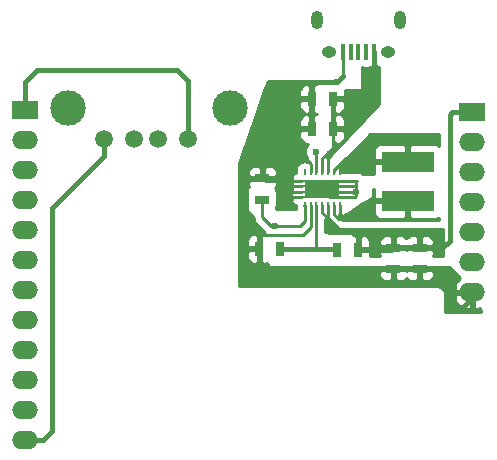
<source format=gtl>
G04 #@! TF.FileFunction,Copper,L1,Top,Signal*
%FSLAX46Y46*%
G04 Gerber Fmt 4.6, Leading zero omitted, Abs format (unit mm)*
G04 Created by KiCad (PCBNEW 4.0.2-stable) date 6/15/2017 1:23:54 PM*
%MOMM*%
G01*
G04 APERTURE LIST*
%ADD10C,0.100000*%
%ADD11O,0.240000X0.600000*%
%ADD12R,2.850000X1.580000*%
%ADD13R,0.575000X0.200000*%
%ADD14R,1.200000X0.800000*%
%ADD15R,0.800000X1.200000*%
%ADD16R,0.400000X1.350000*%
%ADD17O,1.250000X0.950000*%
%ADD18O,1.000000X1.550000*%
%ADD19R,4.500000X1.800000*%
%ADD20C,1.500000*%
%ADD21C,3.000000*%
%ADD22R,2.199640X1.524000*%
%ADD23O,2.199640X1.524000*%
%ADD24C,0.600000*%
%ADD25C,0.250000*%
%ADD26C,0.403000*%
%ADD27C,0.203200*%
%ADD28C,0.406400*%
%ADD29C,0.254000*%
G04 APERTURE END LIST*
D10*
D11*
X149876300Y-87074100D03*
X150376300Y-87074100D03*
X150876300Y-87074100D03*
X151376300Y-87074100D03*
X151876300Y-87074100D03*
X152376300Y-87074100D03*
X152876300Y-87074100D03*
X152876300Y-84274100D03*
X152376300Y-84274100D03*
X151876300Y-84274100D03*
X151376300Y-84274100D03*
X150876300Y-84274100D03*
X150376300Y-84274100D03*
X149876300Y-84274100D03*
D12*
X151376300Y-85674100D03*
D13*
X149663800Y-84984100D03*
X149663800Y-86364100D03*
X149663800Y-85904100D03*
X149663800Y-85444100D03*
X153088800Y-85444100D03*
X153088800Y-84984100D03*
X153088800Y-85904100D03*
X153088800Y-86364100D03*
D14*
X159613600Y-90641600D03*
X159613600Y-92441600D03*
X157378400Y-90641600D03*
X157378400Y-92441600D03*
D15*
X147831300Y-90754100D03*
X146031300Y-90754100D03*
X154417600Y-90830400D03*
X152617600Y-90830400D03*
D14*
X146296300Y-84774100D03*
X146296300Y-86574100D03*
D15*
X150476300Y-78054100D03*
X152276300Y-78054100D03*
X150476300Y-80594100D03*
X152276300Y-80594100D03*
D16*
X155719300Y-74070200D03*
X155069300Y-74070200D03*
X154419300Y-74070200D03*
X153769300Y-74070200D03*
X153119300Y-74070200D03*
D17*
X156919300Y-74070200D03*
X151919300Y-74070200D03*
D18*
X157919300Y-71370200D03*
X150919300Y-71370200D03*
D19*
X158597600Y-83389200D03*
X158597600Y-86689200D03*
D20*
X132894800Y-81483200D03*
X135434800Y-81483200D03*
X137464800Y-81483200D03*
X140004800Y-81483200D03*
D21*
X129844800Y-78813200D03*
X143564800Y-78813200D03*
D22*
X164084000Y-79197200D03*
D23*
X164084000Y-81737200D03*
X164084000Y-84277200D03*
X164084000Y-86817200D03*
X164084000Y-89357200D03*
X164084000Y-91897200D03*
X164084000Y-94437200D03*
D22*
X126187200Y-78994000D03*
D23*
X126187200Y-81534000D03*
X126187200Y-84074000D03*
X126187200Y-86614000D03*
X126187200Y-89154000D03*
X126187200Y-91694000D03*
X126187200Y-94234000D03*
X126187200Y-96774000D03*
X126187200Y-99314000D03*
X126187200Y-101854000D03*
X126187200Y-104394000D03*
X126187200Y-106934000D03*
D24*
X152603200Y-76657200D03*
X154228800Y-85904100D03*
X147370800Y-88798400D03*
X150876300Y-82507100D03*
D25*
X153088800Y-86364100D02*
X152066300Y-86364100D01*
X152066300Y-86364100D02*
X151376300Y-85674100D01*
X153088800Y-85904100D02*
X151606300Y-85904100D01*
X151606300Y-85904100D02*
X151376300Y-85674100D01*
X153088800Y-85444100D02*
X151606300Y-85444100D01*
X151606300Y-85444100D02*
X151376300Y-85674100D01*
X153088800Y-84984100D02*
X152066300Y-84984100D01*
X152066300Y-84984100D02*
X151376300Y-85674100D01*
X162585400Y-94437200D02*
X162585400Y-95377000D01*
D26*
X163372800Y-95605600D02*
X164134800Y-94843600D01*
D25*
X162814000Y-95605600D02*
X163372800Y-95605600D01*
X162585400Y-95377000D02*
X162814000Y-95605600D01*
X162585400Y-92887800D02*
X162585400Y-94437200D01*
D26*
X162560000Y-94437200D02*
X164134800Y-94437200D01*
D25*
X162585400Y-94437200D02*
X162560000Y-94437200D01*
X159613600Y-92441600D02*
X162139200Y-92441600D01*
X162139200Y-92441600D02*
X162585400Y-92887800D01*
X157378400Y-92441600D02*
X159613600Y-92441600D01*
X146031300Y-90754100D02*
X146031300Y-92881100D01*
X155360800Y-92441600D02*
X157378400Y-92441600D01*
X154889200Y-92913200D02*
X155360800Y-92441600D01*
X146063400Y-92913200D02*
X154889200Y-92913200D01*
X146031300Y-92881100D02*
X146063400Y-92913200D01*
X146507200Y-89560400D02*
X146202400Y-89560400D01*
X146202400Y-89560400D02*
X145999200Y-89763600D01*
X146296300Y-84774100D02*
X144718100Y-84774100D01*
X144718100Y-84774100D02*
X144729200Y-84785200D01*
X144729200Y-84785200D02*
X144729200Y-87934800D01*
X144729200Y-87934800D02*
X145999200Y-89204800D01*
X145999200Y-89204800D02*
X145999200Y-89763600D01*
X145999200Y-89763600D02*
X145999200Y-90722000D01*
X145999200Y-90722000D02*
X146031300Y-90754100D01*
X149663800Y-86364100D02*
X148695700Y-86364100D01*
X148695700Y-86364100D02*
X148692900Y-86361300D01*
X148692900Y-86361300D02*
X148692900Y-85904100D01*
X149663800Y-85904100D02*
X148692900Y-85904100D01*
X148692900Y-85904100D02*
X148793200Y-85803800D01*
X148793200Y-85803800D02*
X148793200Y-85444100D01*
X153119300Y-74070200D02*
X153119300Y-76141100D01*
X153119300Y-76141100D02*
X152603200Y-76657200D01*
X152603200Y-76657200D02*
X150876000Y-76657200D01*
X150876000Y-76657200D02*
X150774400Y-76758800D01*
X150774400Y-76758800D02*
X150571200Y-76758800D01*
X150571200Y-76758800D02*
X150476300Y-76853700D01*
X150476300Y-76853700D02*
X150476300Y-78054100D01*
X150476300Y-80594100D02*
X149174300Y-80594100D01*
X149174300Y-80594100D02*
X149098000Y-80670400D01*
X149098000Y-83159600D02*
X149098000Y-80670400D01*
X149098000Y-80670400D02*
X149098000Y-78181200D01*
X149225100Y-78054100D02*
X150476300Y-78054100D01*
X149098000Y-78181200D02*
X149225100Y-78054100D01*
X150376300Y-84274100D02*
X150376300Y-83574300D01*
X150376300Y-83574300D02*
X149961600Y-83159600D01*
X149961600Y-83159600D02*
X149098000Y-83159600D01*
X148793200Y-83464400D02*
X148793200Y-84984100D01*
X149098000Y-83159600D02*
X148793200Y-83464400D01*
X149663800Y-84984100D02*
X148793200Y-84984100D01*
X148793200Y-84984100D02*
X146506300Y-84984100D01*
X146506300Y-84984100D02*
X148695900Y-84984100D01*
X148695900Y-84984100D02*
X148793200Y-85081400D01*
X148793200Y-85081400D02*
X148793200Y-85444100D01*
D26*
X152603200Y-76657200D02*
X150876000Y-76657200D01*
X153119300Y-76141100D02*
X152603200Y-76657200D01*
X164134800Y-94437200D02*
X164134800Y-94843600D01*
D25*
X150376300Y-87074100D02*
X150376300Y-88891700D01*
X150376300Y-88891700D02*
X149707600Y-89560400D01*
X150376300Y-83574300D02*
X149809200Y-83007200D01*
X153088800Y-85444100D02*
X154228800Y-85444100D01*
X154127200Y-85445600D02*
X154228800Y-85445600D01*
X154227300Y-85445600D02*
X154127200Y-85445600D01*
X154228800Y-85444100D02*
X154227300Y-85445600D01*
X153088800Y-85904100D02*
X154228800Y-85904100D01*
X153088800Y-84984100D02*
X154275300Y-84984100D01*
X154173900Y-86364100D02*
X153088800Y-86364100D01*
X154228800Y-86309200D02*
X154173900Y-86364100D01*
X154228800Y-85030600D02*
X154228800Y-85445600D01*
X154228800Y-85445600D02*
X154228800Y-85902800D01*
X154228800Y-85902800D02*
X154228800Y-86309200D01*
X154275300Y-84984100D02*
X154228800Y-85030600D01*
X149663800Y-84984100D02*
X148695900Y-84984100D01*
X148695900Y-84984100D02*
X148691600Y-84988400D01*
X149663800Y-85444100D02*
X148793200Y-85444100D01*
X148793200Y-85444100D02*
X148693100Y-85444100D01*
X148693100Y-85444100D02*
X148691600Y-85445600D01*
X148692900Y-85904100D02*
X148691600Y-85902800D01*
X148695700Y-86364100D02*
X148691600Y-86360000D01*
D27*
X150130300Y-85904100D02*
X150487300Y-85674100D01*
X149663800Y-85904100D02*
X150130300Y-85904100D01*
X149639800Y-85928100D02*
X149663800Y-85904100D01*
D25*
X149707600Y-89560400D02*
X146507200Y-89560400D01*
X146507200Y-89560400D02*
X146354800Y-89560400D01*
X152276300Y-82216500D02*
X152276300Y-80594100D01*
X151888642Y-82584934D02*
X152276300Y-82216500D01*
X151888642Y-82585397D02*
X151888642Y-82584934D01*
X151876300Y-82597739D02*
X151888642Y-82585397D01*
X151376300Y-83116500D02*
X151888642Y-82584934D01*
D26*
X155177800Y-77978000D02*
X152352400Y-77978000D01*
X152352400Y-77978000D02*
X152276300Y-78054100D01*
D28*
X152276300Y-78054100D02*
X152276300Y-80594100D01*
X152376300Y-77955800D02*
X152276300Y-78054100D01*
D26*
X155719300Y-77436500D02*
X155177800Y-77978000D01*
X155719300Y-74070200D02*
X155719300Y-77436500D01*
D25*
X151876300Y-84274100D02*
X151876300Y-82597739D01*
X151376300Y-84274100D02*
X151376300Y-83116500D01*
D27*
X151884300Y-84266100D02*
X151876300Y-84274100D01*
D25*
X146296300Y-88079500D02*
X146296300Y-86574100D01*
X146405600Y-86683400D02*
X146296300Y-86574100D01*
X147015200Y-88798400D02*
X146296300Y-88079500D01*
X149504400Y-88798400D02*
X147370800Y-88798400D01*
X147370800Y-88798400D02*
X147015200Y-88798400D01*
X149876300Y-88426500D02*
X149504400Y-88798400D01*
D27*
X150876300Y-82507100D02*
X150868300Y-82499100D01*
D25*
X149876300Y-87074100D02*
X149876300Y-88426500D01*
X150876300Y-84274100D02*
X150876300Y-82507100D01*
D27*
X149852300Y-87098100D02*
X149876300Y-87074100D01*
D26*
X157189600Y-90830400D02*
X157378400Y-90641600D01*
X157378400Y-90641600D02*
X159613600Y-90641600D01*
D25*
X151376300Y-87074100D02*
X151376300Y-87673100D01*
X151376300Y-87673100D02*
X151876300Y-88173100D01*
X151876300Y-87074100D02*
X151876300Y-88173100D01*
X151876300Y-88173100D02*
X153060400Y-89357200D01*
X153060400Y-89357200D02*
X154025600Y-89357200D01*
X154025600Y-89357200D02*
X154417600Y-89749200D01*
D26*
X159613600Y-90641600D02*
X159628000Y-90627200D01*
X159628000Y-90627200D02*
X161594800Y-90627200D01*
X161594800Y-90627200D02*
X162153600Y-90068400D01*
X162153600Y-90068400D02*
X162153600Y-79400400D01*
X162153600Y-79400400D02*
X162356800Y-79197200D01*
X162356800Y-79197200D02*
X164134800Y-79197200D01*
X154417600Y-90830400D02*
X157189600Y-90830400D01*
D25*
X154417600Y-89749200D02*
X154417600Y-90830400D01*
X152876300Y-84274100D02*
X154835300Y-84274100D01*
X154835300Y-84274100D02*
X154889200Y-84328000D01*
X152876300Y-84274100D02*
X153114300Y-84274100D01*
X153114300Y-84274100D02*
X153568400Y-83820000D01*
X152876300Y-84274100D02*
X152876300Y-84207300D01*
X152876300Y-84207300D02*
X153466800Y-83616800D01*
X152876300Y-84274100D02*
X152876300Y-83902500D01*
X152876300Y-83902500D02*
X153212800Y-83566000D01*
X152376300Y-84274100D02*
X152376300Y-84097700D01*
X152376300Y-84097700D02*
X153416000Y-83058000D01*
D27*
X152900300Y-84250100D02*
X152876300Y-84274100D01*
D26*
X158063200Y-82854800D02*
X158597600Y-83389200D01*
D25*
X152876300Y-87074100D02*
X152876300Y-87953900D01*
X152876300Y-87953900D02*
X153162000Y-88239600D01*
X152376300Y-87074100D02*
X152376300Y-87860300D01*
X152376300Y-87860300D02*
X152755600Y-88239600D01*
X152755600Y-88239600D02*
X153162000Y-88239600D01*
D27*
X152900300Y-87098100D02*
X152876300Y-87074100D01*
D26*
X153162000Y-88239600D02*
X153974800Y-88239600D01*
X153974800Y-88239600D02*
X155525200Y-86689200D01*
X155525200Y-86689200D02*
X158597600Y-86689200D01*
X147831300Y-90754100D02*
X150825200Y-90754100D01*
D25*
X150825200Y-90627200D02*
X150825200Y-90754100D01*
X150825200Y-90703000D02*
X150825200Y-90627200D01*
X150876300Y-90754100D02*
X150825200Y-90703000D01*
D26*
X150825200Y-90754100D02*
X152541300Y-90754100D01*
X152541300Y-90754100D02*
X152617600Y-90830400D01*
D25*
X150876300Y-87074100D02*
X150876300Y-90754100D01*
D26*
X139982800Y-81907200D02*
X139982800Y-76508200D01*
X139982800Y-76508200D02*
X139052300Y-75577700D01*
X126161800Y-79070200D02*
X126161800Y-76593700D01*
X127177800Y-75577700D02*
X139052300Y-75577700D01*
X126161800Y-76593700D02*
X127177800Y-75577700D01*
X132894800Y-81483200D02*
X132894800Y-82903600D01*
X127711200Y-106934000D02*
X126187200Y-106934000D01*
X128473200Y-106172000D02*
X127711200Y-106934000D01*
X128473200Y-87325200D02*
X128473200Y-106172000D01*
X132894800Y-82903600D02*
X128473200Y-87325200D01*
D29*
G36*
X161264600Y-82008174D02*
X161207298Y-81950873D01*
X160973909Y-81854200D01*
X158883350Y-81854200D01*
X158724600Y-82012950D01*
X158724600Y-83262200D01*
X158744600Y-83262200D01*
X158744600Y-83516200D01*
X158724600Y-83516200D01*
X158724600Y-83536200D01*
X158470600Y-83536200D01*
X158470600Y-83516200D01*
X155871350Y-83516200D01*
X155712600Y-83674950D01*
X155712600Y-84415510D01*
X155723765Y-84442464D01*
X154790762Y-84432040D01*
X154566139Y-84281952D01*
X154275300Y-84224100D01*
X153631300Y-84224100D01*
X153631300Y-84147098D01*
X153476990Y-84147098D01*
X153634678Y-84027645D01*
X153551519Y-83742485D01*
X153365564Y-83510855D01*
X153115423Y-83373668D01*
X154109630Y-82362890D01*
X155712600Y-82362890D01*
X155712600Y-83103450D01*
X155871350Y-83262200D01*
X158470600Y-83262200D01*
X158470600Y-82012950D01*
X158311850Y-81854200D01*
X156221291Y-81854200D01*
X155987902Y-81950873D01*
X155809273Y-82129501D01*
X155712600Y-82362890D01*
X154109630Y-82362890D01*
X155399621Y-81051400D01*
X161264600Y-81051400D01*
X161264600Y-82008174D01*
X161264600Y-82008174D01*
G37*
X161264600Y-82008174D02*
X161207298Y-81950873D01*
X160973909Y-81854200D01*
X158883350Y-81854200D01*
X158724600Y-82012950D01*
X158724600Y-83262200D01*
X158744600Y-83262200D01*
X158744600Y-83516200D01*
X158724600Y-83516200D01*
X158724600Y-83536200D01*
X158470600Y-83536200D01*
X158470600Y-83516200D01*
X155871350Y-83516200D01*
X155712600Y-83674950D01*
X155712600Y-84415510D01*
X155723765Y-84442464D01*
X154790762Y-84432040D01*
X154566139Y-84281952D01*
X154275300Y-84224100D01*
X153631300Y-84224100D01*
X153631300Y-84147098D01*
X153476990Y-84147098D01*
X153634678Y-84027645D01*
X153551519Y-83742485D01*
X153365564Y-83510855D01*
X153115423Y-83373668D01*
X154109630Y-82362890D01*
X155712600Y-82362890D01*
X155712600Y-83103450D01*
X155871350Y-83262200D01*
X158470600Y-83262200D01*
X158470600Y-82012950D01*
X158311850Y-81854200D01*
X156221291Y-81854200D01*
X155987902Y-81950873D01*
X155809273Y-82129501D01*
X155712600Y-82362890D01*
X154109630Y-82362890D01*
X155399621Y-81051400D01*
X161264600Y-81051400D01*
X161264600Y-82008174D01*
G36*
X155712600Y-86403450D02*
X155871350Y-86562200D01*
X158470600Y-86562200D01*
X158470600Y-86542200D01*
X158724600Y-86542200D01*
X158724600Y-86562200D01*
X158744600Y-86562200D01*
X158744600Y-86816200D01*
X158724600Y-86816200D01*
X158724600Y-88065450D01*
X158883350Y-88224200D01*
X160973909Y-88224200D01*
X161207298Y-88127527D01*
X161219527Y-88115299D01*
X161216009Y-88315800D01*
X153250448Y-88315800D01*
X152802889Y-88024887D01*
X152729608Y-87951606D01*
X152790264Y-87878643D01*
X152865564Y-87837345D01*
X152889283Y-87807800D01*
X152936300Y-87807800D01*
X152936300Y-87847323D01*
X153053296Y-87988060D01*
X153105123Y-87980181D01*
X153365564Y-87837345D01*
X153428231Y-87759285D01*
X154677357Y-86974950D01*
X155712600Y-86974950D01*
X155712600Y-87715510D01*
X155809273Y-87948899D01*
X155987902Y-88127527D01*
X156221291Y-88224200D01*
X158311850Y-88224200D01*
X158470600Y-88065450D01*
X158470600Y-86816200D01*
X155871350Y-86816200D01*
X155712600Y-86974950D01*
X154677357Y-86974950D01*
X155566335Y-86416755D01*
X155602859Y-86382006D01*
X155622986Y-86335786D01*
X155625800Y-86309200D01*
X155625800Y-85674200D01*
X155712600Y-85674200D01*
X155712600Y-86403450D01*
X155712600Y-86403450D01*
G37*
X155712600Y-86403450D02*
X155871350Y-86562200D01*
X158470600Y-86562200D01*
X158470600Y-86542200D01*
X158724600Y-86542200D01*
X158724600Y-86562200D01*
X158744600Y-86562200D01*
X158744600Y-86816200D01*
X158724600Y-86816200D01*
X158724600Y-88065450D01*
X158883350Y-88224200D01*
X160973909Y-88224200D01*
X161207298Y-88127527D01*
X161219527Y-88115299D01*
X161216009Y-88315800D01*
X153250448Y-88315800D01*
X152802889Y-88024887D01*
X152729608Y-87951606D01*
X152790264Y-87878643D01*
X152865564Y-87837345D01*
X152889283Y-87807800D01*
X152936300Y-87807800D01*
X152936300Y-87847323D01*
X153053296Y-87988060D01*
X153105123Y-87980181D01*
X153365564Y-87837345D01*
X153428231Y-87759285D01*
X154677357Y-86974950D01*
X155712600Y-86974950D01*
X155712600Y-87715510D01*
X155809273Y-87948899D01*
X155987902Y-88127527D01*
X156221291Y-88224200D01*
X158311850Y-88224200D01*
X158470600Y-88065450D01*
X158470600Y-86816200D01*
X155871350Y-86816200D01*
X155712600Y-86974950D01*
X154677357Y-86974950D01*
X155566335Y-86416755D01*
X155602859Y-86382006D01*
X155622986Y-86335786D01*
X155625800Y-86309200D01*
X155625800Y-85674200D01*
X155712600Y-85674200D01*
X155712600Y-86403450D01*
G36*
X150952200Y-76819100D02*
X150762050Y-76819100D01*
X150603300Y-76977850D01*
X150603300Y-77927100D01*
X150623300Y-77927100D01*
X150623300Y-78181100D01*
X150603300Y-78181100D01*
X150603300Y-79130350D01*
X150762050Y-79289100D01*
X150952200Y-79289100D01*
X150952200Y-79359100D01*
X150762050Y-79359100D01*
X150603300Y-79517850D01*
X150603300Y-80467100D01*
X150623300Y-80467100D01*
X150623300Y-80721100D01*
X150603300Y-80721100D01*
X150603300Y-80741100D01*
X150349300Y-80741100D01*
X150349300Y-80721100D01*
X149600050Y-80721100D01*
X149441300Y-80879850D01*
X149441300Y-81320410D01*
X149537973Y-81553799D01*
X149716602Y-81732427D01*
X149949991Y-81829100D01*
X150190200Y-81829100D01*
X150190200Y-81870866D01*
X150084108Y-81976773D01*
X149941462Y-82320301D01*
X149941138Y-82692267D01*
X150083183Y-83036043D01*
X150116300Y-83069218D01*
X150116300Y-83368521D01*
X149876300Y-83320782D01*
X149587374Y-83378253D01*
X149342889Y-83541612D01*
X149297555Y-83552862D01*
X149257205Y-83583084D01*
X149231792Y-83626624D01*
X149225044Y-83664259D01*
X149223583Y-83719790D01*
X149178771Y-83786856D01*
X149121300Y-84075782D01*
X149121300Y-84302405D01*
X149016601Y-84345773D01*
X148837973Y-84524402D01*
X148741300Y-84757791D01*
X148741300Y-84775350D01*
X148894162Y-84928212D01*
X148837973Y-84984402D01*
X148758936Y-85175214D01*
X148741300Y-85192850D01*
X148741300Y-85210409D01*
X148742829Y-85214100D01*
X148741300Y-85217791D01*
X148741300Y-85235350D01*
X148758936Y-85252986D01*
X148837973Y-85443798D01*
X148838275Y-85444100D01*
X148837973Y-85444402D01*
X148758936Y-85635214D01*
X148741300Y-85652850D01*
X148741300Y-85670409D01*
X148742829Y-85674100D01*
X148741300Y-85677791D01*
X148741300Y-85695350D01*
X148758936Y-85712986D01*
X148837973Y-85903798D01*
X148838275Y-85904100D01*
X148837973Y-85904402D01*
X148758936Y-86095214D01*
X148741300Y-86112850D01*
X148741300Y-86130409D01*
X148742829Y-86134100D01*
X148741300Y-86137791D01*
X148741300Y-86155350D01*
X148758936Y-86172986D01*
X148837973Y-86363798D01*
X148894162Y-86419988D01*
X148741300Y-86572850D01*
X148741300Y-86590409D01*
X148837973Y-86823798D01*
X149016601Y-87002427D01*
X149121300Y-87045795D01*
X149121300Y-87048964D01*
X149116300Y-87074100D01*
X149116300Y-87095084D01*
X149115700Y-87098100D01*
X149116300Y-87101116D01*
X149116300Y-87401400D01*
X147494414Y-87401400D01*
X147489790Y-87230295D01*
X147492731Y-87225990D01*
X147543740Y-86974100D01*
X147543740Y-86174100D01*
X147499462Y-85938783D01*
X147452930Y-85866470D01*
X147446954Y-85645369D01*
X147435617Y-85596247D01*
X147408983Y-85559442D01*
X147434627Y-85533798D01*
X147531300Y-85300409D01*
X147531300Y-85059850D01*
X147372550Y-84901100D01*
X146423300Y-84901100D01*
X146423300Y-84921100D01*
X146169300Y-84921100D01*
X146169300Y-84901100D01*
X145220050Y-84901100D01*
X145061300Y-85059850D01*
X145061300Y-85300409D01*
X145153003Y-85521800D01*
X145135600Y-85521800D01*
X145086190Y-85531806D01*
X145044565Y-85560247D01*
X145017285Y-85602641D01*
X145008600Y-85648800D01*
X145008600Y-87426800D01*
X145018606Y-87476210D01*
X145035738Y-87505263D01*
X145553037Y-88163644D01*
X145594152Y-88370339D01*
X145758899Y-88616901D01*
X146460153Y-89318155D01*
X146647194Y-89556207D01*
X146557609Y-89519100D01*
X146317050Y-89519100D01*
X146158300Y-89677850D01*
X146158300Y-90627100D01*
X146178300Y-90627100D01*
X146178300Y-90881100D01*
X146158300Y-90881100D01*
X146158300Y-91830350D01*
X146317050Y-91989100D01*
X146557609Y-91989100D01*
X146731187Y-91917202D01*
X146735824Y-92153690D01*
X146746797Y-92202894D01*
X146776048Y-92243953D01*
X146818969Y-92270397D01*
X146862800Y-92278200D01*
X156265750Y-92278200D01*
X156302150Y-92314600D01*
X157251400Y-92314600D01*
X157251400Y-92294600D01*
X157505400Y-92294600D01*
X157505400Y-92314600D01*
X158454650Y-92314600D01*
X158491050Y-92278200D01*
X158500950Y-92278200D01*
X158537350Y-92314600D01*
X159486600Y-92314600D01*
X159486600Y-92294600D01*
X159740600Y-92294600D01*
X159740600Y-92314600D01*
X160689850Y-92314600D01*
X160726250Y-92278200D01*
X162099171Y-92278200D01*
X163025419Y-93250760D01*
X162668550Y-93539174D01*
X162406920Y-94019923D01*
X162391960Y-94094130D01*
X162514460Y-94310200D01*
X163957000Y-94310200D01*
X163957000Y-94290200D01*
X164211000Y-94290200D01*
X164211000Y-94310200D01*
X164231000Y-94310200D01*
X164231000Y-94564200D01*
X164211000Y-94564200D01*
X164211000Y-95834200D01*
X164548820Y-95834200D01*
X164709579Y-95786751D01*
X164785525Y-96090535D01*
X161796800Y-96133850D01*
X161796800Y-94780270D01*
X162391960Y-94780270D01*
X162406920Y-94854477D01*
X162668550Y-95335226D01*
X163094239Y-95679259D01*
X163619180Y-95834200D01*
X163957000Y-95834200D01*
X163957000Y-94564200D01*
X162514460Y-94564200D01*
X162391960Y-94780270D01*
X161796800Y-94780270D01*
X161796800Y-94627700D01*
X161742754Y-94355995D01*
X161588846Y-94125654D01*
X161358505Y-93971746D01*
X161086800Y-93917700D01*
X144297400Y-93917700D01*
X144297400Y-92727350D01*
X156143400Y-92727350D01*
X156143400Y-92967909D01*
X156240073Y-93201298D01*
X156418701Y-93379927D01*
X156652090Y-93476600D01*
X157092650Y-93476600D01*
X157251400Y-93317850D01*
X157251400Y-92568600D01*
X157505400Y-92568600D01*
X157505400Y-93317850D01*
X157664150Y-93476600D01*
X158104710Y-93476600D01*
X158338099Y-93379927D01*
X158496000Y-93222025D01*
X158653901Y-93379927D01*
X158887290Y-93476600D01*
X159327850Y-93476600D01*
X159486600Y-93317850D01*
X159486600Y-92568600D01*
X159740600Y-92568600D01*
X159740600Y-93317850D01*
X159899350Y-93476600D01*
X160339910Y-93476600D01*
X160573299Y-93379927D01*
X160751927Y-93201298D01*
X160848600Y-92967909D01*
X160848600Y-92727350D01*
X160689850Y-92568600D01*
X159740600Y-92568600D01*
X159486600Y-92568600D01*
X158537350Y-92568600D01*
X158496000Y-92609950D01*
X158454650Y-92568600D01*
X157505400Y-92568600D01*
X157251400Y-92568600D01*
X156302150Y-92568600D01*
X156143400Y-92727350D01*
X144297400Y-92727350D01*
X144297400Y-91039850D01*
X144996300Y-91039850D01*
X144996300Y-91480410D01*
X145092973Y-91713799D01*
X145271602Y-91892427D01*
X145504991Y-91989100D01*
X145745550Y-91989100D01*
X145904300Y-91830350D01*
X145904300Y-90881100D01*
X145155050Y-90881100D01*
X144996300Y-91039850D01*
X144297400Y-91039850D01*
X144297400Y-90027790D01*
X144996300Y-90027790D01*
X144996300Y-90468350D01*
X145155050Y-90627100D01*
X145904300Y-90627100D01*
X145904300Y-89677850D01*
X145745550Y-89519100D01*
X145504991Y-89519100D01*
X145271602Y-89615773D01*
X145092973Y-89794401D01*
X144996300Y-90027790D01*
X144297400Y-90027790D01*
X144297400Y-84247791D01*
X145061300Y-84247791D01*
X145061300Y-84488350D01*
X145220050Y-84647100D01*
X146169300Y-84647100D01*
X146169300Y-83897850D01*
X146423300Y-83897850D01*
X146423300Y-84647100D01*
X147372550Y-84647100D01*
X147531300Y-84488350D01*
X147531300Y-84247791D01*
X147434627Y-84014402D01*
X147255999Y-83835773D01*
X147022610Y-83739100D01*
X146582050Y-83739100D01*
X146423300Y-83897850D01*
X146169300Y-83897850D01*
X146010550Y-83739100D01*
X145569990Y-83739100D01*
X145336601Y-83835773D01*
X145157973Y-84014402D01*
X145061300Y-84247791D01*
X144297400Y-84247791D01*
X144297400Y-83486130D01*
X145572930Y-79867790D01*
X149441300Y-79867790D01*
X149441300Y-80308350D01*
X149600050Y-80467100D01*
X150349300Y-80467100D01*
X150349300Y-79517850D01*
X150190550Y-79359100D01*
X149949991Y-79359100D01*
X149716602Y-79455773D01*
X149537973Y-79634401D01*
X149441300Y-79867790D01*
X145572930Y-79867790D01*
X146111556Y-78339850D01*
X149441300Y-78339850D01*
X149441300Y-78780410D01*
X149537973Y-79013799D01*
X149716602Y-79192427D01*
X149949991Y-79289100D01*
X150190550Y-79289100D01*
X150349300Y-79130350D01*
X150349300Y-78181100D01*
X149600050Y-78181100D01*
X149441300Y-78339850D01*
X146111556Y-78339850D01*
X146468325Y-77327790D01*
X149441300Y-77327790D01*
X149441300Y-77768350D01*
X149600050Y-77927100D01*
X150349300Y-77927100D01*
X150349300Y-76977850D01*
X150190550Y-76819100D01*
X149949991Y-76819100D01*
X149716602Y-76915773D01*
X149537973Y-77094401D01*
X149441300Y-77327790D01*
X146468325Y-77327790D01*
X146749491Y-76530200D01*
X150952200Y-76530200D01*
X150952200Y-76819100D01*
X150952200Y-76819100D01*
G37*
X150952200Y-76819100D02*
X150762050Y-76819100D01*
X150603300Y-76977850D01*
X150603300Y-77927100D01*
X150623300Y-77927100D01*
X150623300Y-78181100D01*
X150603300Y-78181100D01*
X150603300Y-79130350D01*
X150762050Y-79289100D01*
X150952200Y-79289100D01*
X150952200Y-79359100D01*
X150762050Y-79359100D01*
X150603300Y-79517850D01*
X150603300Y-80467100D01*
X150623300Y-80467100D01*
X150623300Y-80721100D01*
X150603300Y-80721100D01*
X150603300Y-80741100D01*
X150349300Y-80741100D01*
X150349300Y-80721100D01*
X149600050Y-80721100D01*
X149441300Y-80879850D01*
X149441300Y-81320410D01*
X149537973Y-81553799D01*
X149716602Y-81732427D01*
X149949991Y-81829100D01*
X150190200Y-81829100D01*
X150190200Y-81870866D01*
X150084108Y-81976773D01*
X149941462Y-82320301D01*
X149941138Y-82692267D01*
X150083183Y-83036043D01*
X150116300Y-83069218D01*
X150116300Y-83368521D01*
X149876300Y-83320782D01*
X149587374Y-83378253D01*
X149342889Y-83541612D01*
X149297555Y-83552862D01*
X149257205Y-83583084D01*
X149231792Y-83626624D01*
X149225044Y-83664259D01*
X149223583Y-83719790D01*
X149178771Y-83786856D01*
X149121300Y-84075782D01*
X149121300Y-84302405D01*
X149016601Y-84345773D01*
X148837973Y-84524402D01*
X148741300Y-84757791D01*
X148741300Y-84775350D01*
X148894162Y-84928212D01*
X148837973Y-84984402D01*
X148758936Y-85175214D01*
X148741300Y-85192850D01*
X148741300Y-85210409D01*
X148742829Y-85214100D01*
X148741300Y-85217791D01*
X148741300Y-85235350D01*
X148758936Y-85252986D01*
X148837973Y-85443798D01*
X148838275Y-85444100D01*
X148837973Y-85444402D01*
X148758936Y-85635214D01*
X148741300Y-85652850D01*
X148741300Y-85670409D01*
X148742829Y-85674100D01*
X148741300Y-85677791D01*
X148741300Y-85695350D01*
X148758936Y-85712986D01*
X148837973Y-85903798D01*
X148838275Y-85904100D01*
X148837973Y-85904402D01*
X148758936Y-86095214D01*
X148741300Y-86112850D01*
X148741300Y-86130409D01*
X148742829Y-86134100D01*
X148741300Y-86137791D01*
X148741300Y-86155350D01*
X148758936Y-86172986D01*
X148837973Y-86363798D01*
X148894162Y-86419988D01*
X148741300Y-86572850D01*
X148741300Y-86590409D01*
X148837973Y-86823798D01*
X149016601Y-87002427D01*
X149121300Y-87045795D01*
X149121300Y-87048964D01*
X149116300Y-87074100D01*
X149116300Y-87095084D01*
X149115700Y-87098100D01*
X149116300Y-87101116D01*
X149116300Y-87401400D01*
X147494414Y-87401400D01*
X147489790Y-87230295D01*
X147492731Y-87225990D01*
X147543740Y-86974100D01*
X147543740Y-86174100D01*
X147499462Y-85938783D01*
X147452930Y-85866470D01*
X147446954Y-85645369D01*
X147435617Y-85596247D01*
X147408983Y-85559442D01*
X147434627Y-85533798D01*
X147531300Y-85300409D01*
X147531300Y-85059850D01*
X147372550Y-84901100D01*
X146423300Y-84901100D01*
X146423300Y-84921100D01*
X146169300Y-84921100D01*
X146169300Y-84901100D01*
X145220050Y-84901100D01*
X145061300Y-85059850D01*
X145061300Y-85300409D01*
X145153003Y-85521800D01*
X145135600Y-85521800D01*
X145086190Y-85531806D01*
X145044565Y-85560247D01*
X145017285Y-85602641D01*
X145008600Y-85648800D01*
X145008600Y-87426800D01*
X145018606Y-87476210D01*
X145035738Y-87505263D01*
X145553037Y-88163644D01*
X145594152Y-88370339D01*
X145758899Y-88616901D01*
X146460153Y-89318155D01*
X146647194Y-89556207D01*
X146557609Y-89519100D01*
X146317050Y-89519100D01*
X146158300Y-89677850D01*
X146158300Y-90627100D01*
X146178300Y-90627100D01*
X146178300Y-90881100D01*
X146158300Y-90881100D01*
X146158300Y-91830350D01*
X146317050Y-91989100D01*
X146557609Y-91989100D01*
X146731187Y-91917202D01*
X146735824Y-92153690D01*
X146746797Y-92202894D01*
X146776048Y-92243953D01*
X146818969Y-92270397D01*
X146862800Y-92278200D01*
X156265750Y-92278200D01*
X156302150Y-92314600D01*
X157251400Y-92314600D01*
X157251400Y-92294600D01*
X157505400Y-92294600D01*
X157505400Y-92314600D01*
X158454650Y-92314600D01*
X158491050Y-92278200D01*
X158500950Y-92278200D01*
X158537350Y-92314600D01*
X159486600Y-92314600D01*
X159486600Y-92294600D01*
X159740600Y-92294600D01*
X159740600Y-92314600D01*
X160689850Y-92314600D01*
X160726250Y-92278200D01*
X162099171Y-92278200D01*
X163025419Y-93250760D01*
X162668550Y-93539174D01*
X162406920Y-94019923D01*
X162391960Y-94094130D01*
X162514460Y-94310200D01*
X163957000Y-94310200D01*
X163957000Y-94290200D01*
X164211000Y-94290200D01*
X164211000Y-94310200D01*
X164231000Y-94310200D01*
X164231000Y-94564200D01*
X164211000Y-94564200D01*
X164211000Y-95834200D01*
X164548820Y-95834200D01*
X164709579Y-95786751D01*
X164785525Y-96090535D01*
X161796800Y-96133850D01*
X161796800Y-94780270D01*
X162391960Y-94780270D01*
X162406920Y-94854477D01*
X162668550Y-95335226D01*
X163094239Y-95679259D01*
X163619180Y-95834200D01*
X163957000Y-95834200D01*
X163957000Y-94564200D01*
X162514460Y-94564200D01*
X162391960Y-94780270D01*
X161796800Y-94780270D01*
X161796800Y-94627700D01*
X161742754Y-94355995D01*
X161588846Y-94125654D01*
X161358505Y-93971746D01*
X161086800Y-93917700D01*
X144297400Y-93917700D01*
X144297400Y-92727350D01*
X156143400Y-92727350D01*
X156143400Y-92967909D01*
X156240073Y-93201298D01*
X156418701Y-93379927D01*
X156652090Y-93476600D01*
X157092650Y-93476600D01*
X157251400Y-93317850D01*
X157251400Y-92568600D01*
X157505400Y-92568600D01*
X157505400Y-93317850D01*
X157664150Y-93476600D01*
X158104710Y-93476600D01*
X158338099Y-93379927D01*
X158496000Y-93222025D01*
X158653901Y-93379927D01*
X158887290Y-93476600D01*
X159327850Y-93476600D01*
X159486600Y-93317850D01*
X159486600Y-92568600D01*
X159740600Y-92568600D01*
X159740600Y-93317850D01*
X159899350Y-93476600D01*
X160339910Y-93476600D01*
X160573299Y-93379927D01*
X160751927Y-93201298D01*
X160848600Y-92967909D01*
X160848600Y-92727350D01*
X160689850Y-92568600D01*
X159740600Y-92568600D01*
X159486600Y-92568600D01*
X158537350Y-92568600D01*
X158496000Y-92609950D01*
X158454650Y-92568600D01*
X157505400Y-92568600D01*
X157251400Y-92568600D01*
X156302150Y-92568600D01*
X156143400Y-92727350D01*
X144297400Y-92727350D01*
X144297400Y-91039850D01*
X144996300Y-91039850D01*
X144996300Y-91480410D01*
X145092973Y-91713799D01*
X145271602Y-91892427D01*
X145504991Y-91989100D01*
X145745550Y-91989100D01*
X145904300Y-91830350D01*
X145904300Y-90881100D01*
X145155050Y-90881100D01*
X144996300Y-91039850D01*
X144297400Y-91039850D01*
X144297400Y-90027790D01*
X144996300Y-90027790D01*
X144996300Y-90468350D01*
X145155050Y-90627100D01*
X145904300Y-90627100D01*
X145904300Y-89677850D01*
X145745550Y-89519100D01*
X145504991Y-89519100D01*
X145271602Y-89615773D01*
X145092973Y-89794401D01*
X144996300Y-90027790D01*
X144297400Y-90027790D01*
X144297400Y-84247791D01*
X145061300Y-84247791D01*
X145061300Y-84488350D01*
X145220050Y-84647100D01*
X146169300Y-84647100D01*
X146169300Y-83897850D01*
X146423300Y-83897850D01*
X146423300Y-84647100D01*
X147372550Y-84647100D01*
X147531300Y-84488350D01*
X147531300Y-84247791D01*
X147434627Y-84014402D01*
X147255999Y-83835773D01*
X147022610Y-83739100D01*
X146582050Y-83739100D01*
X146423300Y-83897850D01*
X146169300Y-83897850D01*
X146010550Y-83739100D01*
X145569990Y-83739100D01*
X145336601Y-83835773D01*
X145157973Y-84014402D01*
X145061300Y-84247791D01*
X144297400Y-84247791D01*
X144297400Y-83486130D01*
X145572930Y-79867790D01*
X149441300Y-79867790D01*
X149441300Y-80308350D01*
X149600050Y-80467100D01*
X150349300Y-80467100D01*
X150349300Y-79517850D01*
X150190550Y-79359100D01*
X149949991Y-79359100D01*
X149716602Y-79455773D01*
X149537973Y-79634401D01*
X149441300Y-79867790D01*
X145572930Y-79867790D01*
X146111556Y-78339850D01*
X149441300Y-78339850D01*
X149441300Y-78780410D01*
X149537973Y-79013799D01*
X149716602Y-79192427D01*
X149949991Y-79289100D01*
X150190550Y-79289100D01*
X150349300Y-79130350D01*
X150349300Y-78181100D01*
X149600050Y-78181100D01*
X149441300Y-78339850D01*
X146111556Y-78339850D01*
X146468325Y-77327790D01*
X149441300Y-77327790D01*
X149441300Y-77768350D01*
X149600050Y-77927100D01*
X150349300Y-77927100D01*
X150349300Y-76977850D01*
X150190550Y-76819100D01*
X149949991Y-76819100D01*
X149716602Y-76915773D01*
X149537973Y-77094401D01*
X149441300Y-77327790D01*
X146468325Y-77327790D01*
X146749491Y-76530200D01*
X150952200Y-76530200D01*
X150952200Y-76819100D01*
G36*
X152120301Y-88679103D02*
X152218199Y-88777001D01*
X152249300Y-88797782D01*
X152517214Y-89044263D01*
X152560351Y-89070353D01*
X152603200Y-89077800D01*
X161569400Y-89077800D01*
X161569400Y-91363800D01*
X160767459Y-91363800D01*
X160848600Y-91167909D01*
X160848600Y-90927350D01*
X160689850Y-90768600D01*
X159740600Y-90768600D01*
X159740600Y-90788600D01*
X159486600Y-90788600D01*
X159486600Y-90768600D01*
X158537350Y-90768600D01*
X158496000Y-90809950D01*
X158454650Y-90768600D01*
X157505400Y-90768600D01*
X157505400Y-90788600D01*
X157251400Y-90788600D01*
X157251400Y-90768600D01*
X156302150Y-90768600D01*
X156143400Y-90927350D01*
X156143400Y-91167909D01*
X156224541Y-91363800D01*
X155452600Y-91363800D01*
X155452600Y-91116150D01*
X155293850Y-90957400D01*
X154544600Y-90957400D01*
X154544600Y-90977400D01*
X154290600Y-90977400D01*
X154290600Y-90957400D01*
X154270600Y-90957400D01*
X154270600Y-90703400D01*
X154290600Y-90703400D01*
X154290600Y-89754150D01*
X154544600Y-89754150D01*
X154544600Y-90703400D01*
X155293850Y-90703400D01*
X155452600Y-90544650D01*
X155452600Y-90115291D01*
X156143400Y-90115291D01*
X156143400Y-90355850D01*
X156302150Y-90514600D01*
X157251400Y-90514600D01*
X157251400Y-89765350D01*
X157505400Y-89765350D01*
X157505400Y-90514600D01*
X158454650Y-90514600D01*
X158496000Y-90473250D01*
X158537350Y-90514600D01*
X159486600Y-90514600D01*
X159486600Y-89765350D01*
X159740600Y-89765350D01*
X159740600Y-90514600D01*
X160689850Y-90514600D01*
X160848600Y-90355850D01*
X160848600Y-90115291D01*
X160751927Y-89881902D01*
X160573299Y-89703273D01*
X160339910Y-89606600D01*
X159899350Y-89606600D01*
X159740600Y-89765350D01*
X159486600Y-89765350D01*
X159327850Y-89606600D01*
X158887290Y-89606600D01*
X158653901Y-89703273D01*
X158496000Y-89861175D01*
X158338099Y-89703273D01*
X158104710Y-89606600D01*
X157664150Y-89606600D01*
X157505400Y-89765350D01*
X157251400Y-89765350D01*
X157092650Y-89606600D01*
X156652090Y-89606600D01*
X156418701Y-89703273D01*
X156240073Y-89881902D01*
X156143400Y-90115291D01*
X155452600Y-90115291D01*
X155452600Y-90104090D01*
X155355927Y-89870701D01*
X155177298Y-89692073D01*
X154943909Y-89595400D01*
X154703350Y-89595400D01*
X154544600Y-89754150D01*
X154290600Y-89754150D01*
X154131850Y-89595400D01*
X154000200Y-89595400D01*
X154000200Y-89560400D01*
X153990194Y-89510990D01*
X153961753Y-89469365D01*
X153919359Y-89442085D01*
X153873200Y-89433400D01*
X152017181Y-89433400D01*
X151636300Y-89286908D01*
X151636300Y-88233822D01*
X152120301Y-88679103D01*
X152120301Y-88679103D01*
G37*
X152120301Y-88679103D02*
X152218199Y-88777001D01*
X152249300Y-88797782D01*
X152517214Y-89044263D01*
X152560351Y-89070353D01*
X152603200Y-89077800D01*
X161569400Y-89077800D01*
X161569400Y-91363800D01*
X160767459Y-91363800D01*
X160848600Y-91167909D01*
X160848600Y-90927350D01*
X160689850Y-90768600D01*
X159740600Y-90768600D01*
X159740600Y-90788600D01*
X159486600Y-90788600D01*
X159486600Y-90768600D01*
X158537350Y-90768600D01*
X158496000Y-90809950D01*
X158454650Y-90768600D01*
X157505400Y-90768600D01*
X157505400Y-90788600D01*
X157251400Y-90788600D01*
X157251400Y-90768600D01*
X156302150Y-90768600D01*
X156143400Y-90927350D01*
X156143400Y-91167909D01*
X156224541Y-91363800D01*
X155452600Y-91363800D01*
X155452600Y-91116150D01*
X155293850Y-90957400D01*
X154544600Y-90957400D01*
X154544600Y-90977400D01*
X154290600Y-90977400D01*
X154290600Y-90957400D01*
X154270600Y-90957400D01*
X154270600Y-90703400D01*
X154290600Y-90703400D01*
X154290600Y-89754150D01*
X154544600Y-89754150D01*
X154544600Y-90703400D01*
X155293850Y-90703400D01*
X155452600Y-90544650D01*
X155452600Y-90115291D01*
X156143400Y-90115291D01*
X156143400Y-90355850D01*
X156302150Y-90514600D01*
X157251400Y-90514600D01*
X157251400Y-89765350D01*
X157505400Y-89765350D01*
X157505400Y-90514600D01*
X158454650Y-90514600D01*
X158496000Y-90473250D01*
X158537350Y-90514600D01*
X159486600Y-90514600D01*
X159486600Y-89765350D01*
X159740600Y-89765350D01*
X159740600Y-90514600D01*
X160689850Y-90514600D01*
X160848600Y-90355850D01*
X160848600Y-90115291D01*
X160751927Y-89881902D01*
X160573299Y-89703273D01*
X160339910Y-89606600D01*
X159899350Y-89606600D01*
X159740600Y-89765350D01*
X159486600Y-89765350D01*
X159327850Y-89606600D01*
X158887290Y-89606600D01*
X158653901Y-89703273D01*
X158496000Y-89861175D01*
X158338099Y-89703273D01*
X158104710Y-89606600D01*
X157664150Y-89606600D01*
X157505400Y-89765350D01*
X157251400Y-89765350D01*
X157092650Y-89606600D01*
X156652090Y-89606600D01*
X156418701Y-89703273D01*
X156240073Y-89881902D01*
X156143400Y-90115291D01*
X155452600Y-90115291D01*
X155452600Y-90104090D01*
X155355927Y-89870701D01*
X155177298Y-89692073D01*
X154943909Y-89595400D01*
X154703350Y-89595400D01*
X154544600Y-89754150D01*
X154290600Y-89754150D01*
X154131850Y-89595400D01*
X154000200Y-89595400D01*
X154000200Y-89560400D01*
X153990194Y-89510990D01*
X153961753Y-89469365D01*
X153919359Y-89442085D01*
X153873200Y-89433400D01*
X152017181Y-89433400D01*
X151636300Y-89286908D01*
X151636300Y-88233822D01*
X152120301Y-88679103D01*
G36*
X155819300Y-75221450D02*
X155978050Y-75380200D01*
X156045610Y-75380200D01*
X156138282Y-75341814D01*
X156183866Y-78487085D01*
X151938857Y-82981800D01*
X151691590Y-82981800D01*
X151750261Y-82840507D01*
X152334944Y-82286596D01*
X152363932Y-82245351D01*
X152374594Y-82193117D01*
X152370917Y-81829100D01*
X152403302Y-81829100D01*
X152403302Y-81670352D01*
X152562050Y-81829100D01*
X152802609Y-81829100D01*
X153035998Y-81732427D01*
X153214627Y-81553799D01*
X153311300Y-81320410D01*
X153311300Y-80879850D01*
X153152550Y-80721100D01*
X152403300Y-80721100D01*
X152403300Y-80741100D01*
X152359927Y-80741100D01*
X152356958Y-80447100D01*
X152403300Y-80447100D01*
X152403300Y-80467100D01*
X153152550Y-80467100D01*
X153311300Y-80308350D01*
X153311300Y-79867790D01*
X153214627Y-79634401D01*
X153035998Y-79455773D01*
X152802609Y-79359100D01*
X152562050Y-79359100D01*
X152403302Y-79517848D01*
X152403302Y-79359100D01*
X152345968Y-79359100D01*
X152345261Y-79289100D01*
X152403302Y-79289100D01*
X152403302Y-79130352D01*
X152562050Y-79289100D01*
X152802609Y-79289100D01*
X153035998Y-79192427D01*
X153214627Y-79013799D01*
X153311300Y-78780410D01*
X153311300Y-78339850D01*
X153152550Y-78181100D01*
X152403300Y-78181100D01*
X152403300Y-78201100D01*
X152334271Y-78201100D01*
X152331301Y-77907100D01*
X152403300Y-77907100D01*
X152403300Y-77927100D01*
X153152550Y-77927100D01*
X153311300Y-77768350D01*
X153311300Y-77327790D01*
X153296559Y-77292200D01*
X154584400Y-77292200D01*
X154633810Y-77282194D01*
X154675435Y-77253753D01*
X154702715Y-77211359D01*
X154711400Y-77165200D01*
X154711400Y-75375310D01*
X154748889Y-75368256D01*
X154869300Y-75392640D01*
X155269300Y-75392640D01*
X155375005Y-75372750D01*
X155392990Y-75380200D01*
X155460550Y-75380200D01*
X155489554Y-75351196D01*
X155504617Y-75348362D01*
X155720741Y-75209290D01*
X155744649Y-75174299D01*
X155819300Y-75172037D01*
X155819300Y-75221450D01*
X155819300Y-75221450D01*
G37*
X155819300Y-75221450D02*
X155978050Y-75380200D01*
X156045610Y-75380200D01*
X156138282Y-75341814D01*
X156183866Y-78487085D01*
X151938857Y-82981800D01*
X151691590Y-82981800D01*
X151750261Y-82840507D01*
X152334944Y-82286596D01*
X152363932Y-82245351D01*
X152374594Y-82193117D01*
X152370917Y-81829100D01*
X152403302Y-81829100D01*
X152403302Y-81670352D01*
X152562050Y-81829100D01*
X152802609Y-81829100D01*
X153035998Y-81732427D01*
X153214627Y-81553799D01*
X153311300Y-81320410D01*
X153311300Y-80879850D01*
X153152550Y-80721100D01*
X152403300Y-80721100D01*
X152403300Y-80741100D01*
X152359927Y-80741100D01*
X152356958Y-80447100D01*
X152403300Y-80447100D01*
X152403300Y-80467100D01*
X153152550Y-80467100D01*
X153311300Y-80308350D01*
X153311300Y-79867790D01*
X153214627Y-79634401D01*
X153035998Y-79455773D01*
X152802609Y-79359100D01*
X152562050Y-79359100D01*
X152403302Y-79517848D01*
X152403302Y-79359100D01*
X152345968Y-79359100D01*
X152345261Y-79289100D01*
X152403302Y-79289100D01*
X152403302Y-79130352D01*
X152562050Y-79289100D01*
X152802609Y-79289100D01*
X153035998Y-79192427D01*
X153214627Y-79013799D01*
X153311300Y-78780410D01*
X153311300Y-78339850D01*
X153152550Y-78181100D01*
X152403300Y-78181100D01*
X152403300Y-78201100D01*
X152334271Y-78201100D01*
X152331301Y-77907100D01*
X152403300Y-77907100D01*
X152403300Y-77927100D01*
X153152550Y-77927100D01*
X153311300Y-77768350D01*
X153311300Y-77327790D01*
X153296559Y-77292200D01*
X154584400Y-77292200D01*
X154633810Y-77282194D01*
X154675435Y-77253753D01*
X154702715Y-77211359D01*
X154711400Y-77165200D01*
X154711400Y-75375310D01*
X154748889Y-75368256D01*
X154869300Y-75392640D01*
X155269300Y-75392640D01*
X155375005Y-75372750D01*
X155392990Y-75380200D01*
X155460550Y-75380200D01*
X155489554Y-75351196D01*
X155504617Y-75348362D01*
X155720741Y-75209290D01*
X155744649Y-75174299D01*
X155819300Y-75172037D01*
X155819300Y-75221450D01*
M02*

</source>
